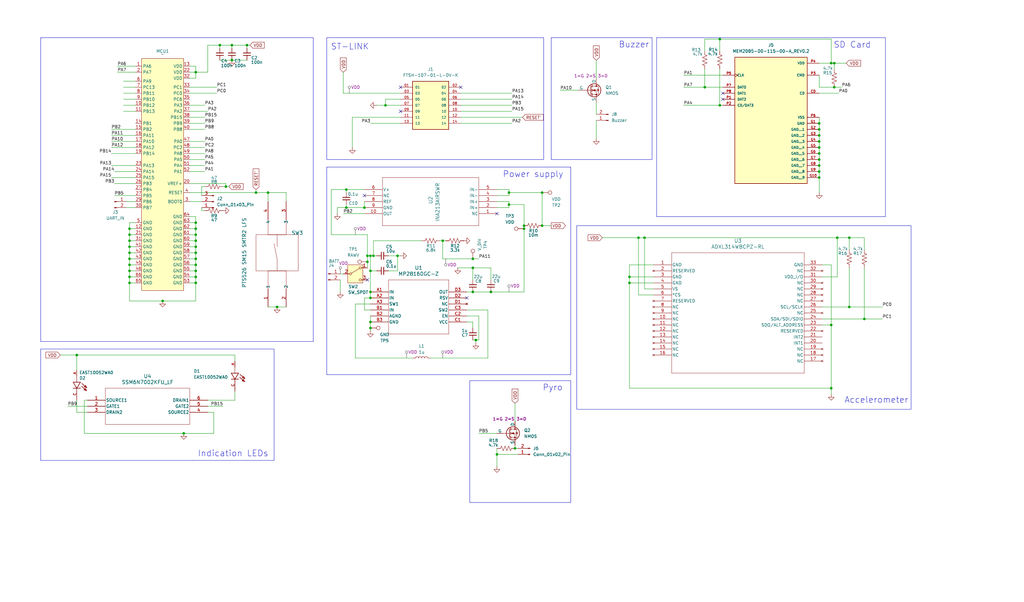
<source format=kicad_sch>
(kicad_sch (version 20250114) (generator "eeschema") (generator_version "9.0")
  (paper "User" 431.8 254)
  (title_block (title "Grenade") (rev "1") (company "Unnayan"))
  (rectangle (start 137.795 70.485) (end 240.665 158.115))
  (rectangle (start 243.205 95.25) (end 384.175 172.72))
  (rectangle (start 17.145 147.32) (end 115.57 194.31))
  (rectangle (start 276.86 15.875) (end 373.38 91.44))
  (rectangle (start 198.12 160.655) (end 240.665 212.09))
  (rectangle (start 232.41 15.875) (end 274.955 67.31))
  (rectangle (start 17.145 15.875) (end 132.08 144.145))
  (rectangle (start 137.795 15.875) (end 229.235 67.31))
  (text "Buzzer\n" (at 267.335 18.923 0) (effects (font (size 2.54 2.54))))
  (text "Power supply\n" (at 224.79 73.66 0) (effects (font (size 2.54 2.54))))
  (text "Accelerometer" (at 369.57 168.91 0) (effects (font (size 2.54 2.54))))
  (text "Pyro" (at 233.045 163.703 0) (effects (font (size 2.54 2.54))))
  (text "ST-LINK" (at 147.574 19.812 0) (effects (font (size 2.54 2.54))))
  (text "Indication LEDs" (at 98.298 191.516 0) (effects (font (size 2.54 2.54))))
  (text "SD Card\n" (at 359.41 19.05 0) (effects (font (size 2.54 2.54))))
  (junction (at 116.84 129.54))
  (junction (at 345.44 67.31))
  (junction (at 162.56 44.45))
  (junction (at 345.44 62.23))
  (junction (at 345.44 72.39))
  (junction (at 199.39 109.22))
  (junction (at 153.67 87.63))
  (junction (at 68.58 127))
  (junction (at 82.55 96.52))
  (junction (at 297.18 36.83))
  (junction (at 350.52 26.67))
  (junction (at 228.6 81.28))
  (junction (at 217.17 189.23))
  (junction (at 146.05 87.63))
  (junction (at 207.01 123.19))
  (junction (at 156.21 123.19))
  (junction (at 82.55 106.68))
  (junction (at 303.53 44.45))
  (junction (at 351.79 36.83))
  (junction (at 156.21 135.89))
  (junction (at 303.53 16.51))
  (junction (at 54.61 111.76))
  (junction (at 54.61 119.38))
  (junction (at 82.55 101.6))
  (junction (at 200.66 143.51))
  (junction (at 92.71 19.05))
  (junction (at 156.21 125.73))
  (junction (at 107.95 81.28))
  (junction (at 199.39 113.03))
  (junction (at 364.49 134.62))
  (junction (at 350.52 137.16))
  (junction (at 271.78 100.33))
  (junction (at 345.44 57.15))
  (junction (at 82.55 109.22))
  (junction (at 156.21 107.95))
  (junction (at 167.64 107.95))
  (junction (at 77.47 182.88))
  (junction (at 209.55 191.77))
  (junction (at 350.52 163.83))
  (junction (at 82.55 99.06))
  (junction (at 345.44 54.61))
  (junction (at 345.44 69.85))
  (junction (at 54.61 114.3))
  (junction (at 358.14 100.33))
  (junction (at 351.79 26.67))
  (junction (at 220.98 95.25))
  (junction (at 97.79 19.05))
  (junction (at 54.61 96.52))
  (junction (at 156.21 138.43))
  (junction (at 186.69 101.6))
  (junction (at 345.44 64.77))
  (junction (at 228.6 95.25))
  (junction (at 154.94 107.95))
  (junction (at 345.44 52.07))
  (junction (at 54.61 116.84))
  (junction (at 345.44 59.69))
  (junction (at 54.61 101.6))
  (junction (at 156.21 114.3))
  (junction (at 54.61 109.22))
  (junction (at 154.94 110.49))
  (junction (at 113.03 81.28))
  (junction (at 97.79 25.4))
  (junction (at 82.55 30.48))
  (junction (at 199.39 123.19))
  (junction (at 54.61 99.06))
  (junction (at 104.14 19.05))
  (junction (at 82.55 93.98))
  (junction (at 358.14 129.54))
  (junction (at 269.24 100.33))
  (junction (at 82.55 114.3))
  (junction (at 82.55 111.76))
  (junction (at 157.48 107.95))
  (junction (at 265.43 116.84))
  (junction (at 345.44 74.93))
  (junction (at 220.98 96.52))
  (junction (at 265.43 119.38))
  (junction (at 82.55 104.14))
  (junction (at 214.63 86.36))
  (junction (at 82.55 116.84))
  (junction (at 146.05 80.01))
  (junction (at 82.55 119.38))
  (junction (at 353.06 100.33))
  (junction (at 54.61 106.68))
  (junction (at 54.61 104.14))
  (junction (at 214.63 81.28))
  (junction (at 32.385 149.86))
  (junction (at 95.25 78.74))
  (no_connect (at 168.91 46.99))
  (no_connect (at 153.67 82.55))
  (no_connect (at 168.91 36.83))
  (no_connect (at 304.8 41.91))
  (no_connect (at 194.31 36.83))
  (no_connect (at 304.8 39.37))
  (no_connect (at 154.94 118.11))
  (no_connect (at 196.85 125.73))
  (no_connect (at 209.55 90.17))
  (wire (pts (xy 54.61 109.22) (xy 54.61 111.76)))
  (wire (pts (xy 82.55 99.06) (xy 82.55 101.6)))
  (wire (pts (xy 364.49 100.33) (xy 364.49 105.41)))
  (wire (pts (xy 209.55 82.55) (xy 214.63 82.55)))
  (wire (pts (xy 54.61 119.38) (xy 57.15 119.38)))
  (wire (pts (xy 209.55 87.63) (xy 214.63 87.63)))
  (wire (pts (xy 146.05 80.01) (xy 146.05 81.28)))
  (wire (pts (xy 269.24 100.33) (xy 271.78 100.33)))
  (wire (pts (xy 82.55 111.76) (xy 82.55 114.3)))
  (wire (pts (xy 209.55 85.09) (xy 214.63 85.09)))
  (wire (pts (xy 82.55 119.38) (xy 82.55 127)))
  (wire (pts (xy 156.21 107.95) (xy 156.21 114.3)))
  (wire (pts (xy 48.26 77.47) (xy 57.15 77.47)))
  (wire (pts (xy 251.46 25.4) (xy 251.46 33.02)))
  (wire (pts (xy 80.01 109.22) (xy 82.55 109.22)))
  (wire (pts (xy 194.31 46.99) (xy 215.9 46.99)))
  (wire (pts (xy 52.07 36.83) (xy 57.15 36.83)))
  (wire (pts (xy 199.39 143.51) (xy 200.66 143.51)))
  (wire (pts (xy 194.31 39.37) (xy 215.9 39.37)))
  (wire (pts (xy 92.71 19.05) (xy 97.79 19.05)))
  (wire (pts (xy 35.56 182.88) (xy 77.47 182.88)))
  (wire (pts (xy 265.43 116.84) (xy 275.59 116.84)))
  (wire (pts (xy 149.86 151.13) (xy 173.99 151.13)))
  (wire (pts (xy 364.49 113.03) (xy 364.49 134.62)))
  (wire (pts (xy 54.61 116.84) (xy 57.15 116.84)))
  (wire (pts (xy 48.26 82.55) (xy 57.15 82.55)))
  (wire (pts (xy 163.83 114.3) (xy 167.64 114.3)))
  (wire (pts (xy 82.55 33.02) (xy 82.55 30.48)))
  (wire (pts (xy 217.17 189.23) (xy 218.44 189.23)))
  (wire (pts (xy 120.65 81.28) (xy 120.65 85.09)))
  (wire (pts (xy 303.53 44.45) (xy 304.8 44.45)))
  (wire (pts (xy 228.6 95.25) (xy 228.6 81.28)))
  (wire (pts (xy 80.01 59.69) (xy 86.36 59.69)))
  (wire (pts (xy 52.07 39.37) (xy 57.15 39.37)))
  (wire (pts (xy 217.17 170.18) (xy 217.17 177.8)))
  (wire (pts (xy 303.53 16.51) (xy 297.18 16.51)))
  (wire (pts (xy 46.99 74.93) (xy 57.15 74.93)))
  (wire (pts (xy 214.63 85.09) (xy 214.63 86.36)))
  (wire (pts (xy 271.78 100.33) (xy 353.06 100.33)))
  (wire (pts (xy 54.61 116.84) (xy 54.61 119.38)))
  (wire (pts (xy 57.15 93.98) (xy 54.61 93.98)))
  (wire (pts (xy 82.55 109.22) (xy 82.55 111.76)))
  (wire (pts (xy 93.98 78.74) (xy 95.25 78.74)))
  (wire (pts (xy 193.04 113.03) (xy 199.39 113.03)))
  (wire (pts (xy 46.99 59.69) (xy 57.15 59.69)))
  (wire (pts (xy 345.44 64.77) (xy 345.44 67.31)))
  (wire (pts (xy 207.01 118.11) (xy 207.01 113.03)))
  (wire (pts (xy 54.61 96.52) (xy 57.15 96.52)))
  (wire (pts (xy 162.56 44.45) (xy 162.56 41.91)))
  (wire (pts (xy 87.63 168.91) (xy 99.06 168.91)))
  (wire (pts (xy 68.58 127) (xy 82.55 127)))
  (wire (pts (xy 158.75 44.45) (xy 162.56 44.45)))
  (wire (pts (xy 275.59 124.46) (xy 269.24 124.46)))
  (wire (pts (xy 209.55 80.01) (xy 214.63 80.01)))
  (wire (pts (xy 350.52 163.83) (xy 350.52 166.37)))
  (wire (pts (xy 32.385 149.86) (xy 32.385 156.21)))
  (wire (pts (xy 345.44 74.93) (xy 345.44 81.28)))
  (wire (pts (xy 146.05 80.01) (xy 153.67 80.01)))
  (wire (pts (xy 275.59 111.76) (xy 265.43 111.76)))
  (wire (pts (xy 271.78 100.33) (xy 271.78 121.92)))
  (wire (pts (xy 46.99 57.15) (xy 57.15 57.15)))
  (wire (pts (xy 80.01 111.76) (xy 82.55 111.76)))
  (wire (pts (xy 194.31 49.53) (xy 220.345 49.53)))
  (wire (pts (xy 297.18 16.51) (xy 297.18 21.59)))
  (wire (pts (xy 144.78 30.48) (xy 144.78 39.37)))
  (wire (pts (xy 196.85 133.35) (xy 201.93 133.35)))
  (wire (pts (xy 201.93 133.35) (xy 201.93 143.51)))
  (wire (pts (xy 209.55 191.77) (xy 218.44 191.77)))
  (wire (pts (xy 87.63 19.05) (xy 87.63 30.48)))
  (wire (pts (xy 82.55 93.98) (xy 82.55 96.52)))
  (wire (pts (xy 156.21 52.07) (xy 168.91 52.07)))
  (wire (pts (xy 28.575 171.45) (xy 36.83 171.45)))
  (wire (pts (xy 156.21 135.89) (xy 156.21 138.43)))
  (wire (pts (xy 80.01 114.3) (xy 82.55 114.3)))
  (wire (pts (xy 265.43 119.38) (xy 275.59 119.38)))
  (wire (pts (xy 92.71 19.05) (xy 92.71 20.32)))
  (wire (pts (xy 144.78 90.17) (xy 153.67 90.17)))
  (wire (pts (xy 154.94 107.95) (xy 154.94 110.49)))
  (wire (pts (xy 87.63 30.48) (xy 82.55 30.48)))
  (wire (pts (xy 186.69 101.6) (xy 186.69 109.22)))
  (wire (pts (xy 32.385 173.99) (xy 36.83 173.99)))
  (wire (pts (xy 85.09 82.55) (xy 85.09 78.74)))
  (wire (pts (xy 228.6 81.28) (xy 214.63 81.28)))
  (wire (pts (xy 194.31 52.07) (xy 215.9 52.07)))
  (wire (pts (xy 92.71 25.4) (xy 97.79 25.4)))
  (wire (pts (xy 144.78 39.37) (xy 168.91 39.37)))
  (wire (pts (xy 156.21 107.95) (xy 157.48 107.95)))
  (wire (pts (xy 251.46 50.8) (xy 251.46 58.42)))
  (wire (pts (xy 80.01 91.44) (xy 82.55 91.44)))
  (wire (pts (xy 54.61 111.76) (xy 54.61 114.3)))
  (wire (pts (xy 54.61 104.14) (xy 57.15 104.14)))
  (wire (pts (xy 54.61 127) (xy 68.58 127)))
  (wire (pts (xy 154.94 110.49) (xy 154.94 113.03)))
  (wire (pts (xy 353.06 116.84) (xy 346.71 116.84)))
  (wire (pts (xy 32.385 149.86) (xy 99.06 149.86)))
  (wire (pts (xy 80.01 119.38) (xy 82.55 119.38)))
  (wire (pts (xy 53.34 85.09) (xy 57.15 85.09)))
  (wire (pts (xy 209.55 189.23) (xy 209.55 191.77)))
  (wire (pts (xy 236.22 38.1) (xy 243.84 38.1)))
  (wire (pts (xy 54.61 109.22) (xy 57.15 109.22)))
  (wire (pts (xy 80.01 46.99) (xy 87.63 46.99)))
  (wire (pts (xy 80.01 44.45) (xy 86.36 44.45)))
  (wire (pts (xy 113.03 81.28) (xy 113.03 85.09)))
  (wire (pts (xy 186.69 109.22) (xy 199.39 109.22)))
  (wire (pts (xy 345.44 54.61) (xy 345.44 57.15)))
  (wire (pts (xy 209.55 191.77) (xy 209.55 196.85)))
  (wire (pts (xy 139.7 80.01) (xy 146.05 80.01)))
  (wire (pts (xy 52.07 41.91) (xy 57.15 41.91)))
  (wire (pts (xy 52.07 44.45) (xy 57.15 44.45)))
  (wire (pts (xy 200.66 143.51) (xy 200.66 144.78)))
  (wire (pts (xy 54.61 99.06) (xy 57.15 99.06)))
  (wire (pts (xy 52.07 46.99) (xy 57.15 46.99)))
  (wire (pts (xy 116.84 129.54) (xy 120.65 129.54)))
  (wire (pts (xy 146.05 86.36) (xy 146.05 87.63)))
  (wire (pts (xy 80.01 62.23) (xy 86.36 62.23)))
  (wire (pts (xy 153.67 125.73) (xy 156.21 125.73)))
  (wire (pts (xy 80.01 72.39) (xy 86.36 72.39)))
  (wire (pts (xy 199.39 113.03) (xy 199.39 118.11)))
  (wire (pts (xy 85.09 78.74) (xy 86.36 78.74)))
  (wire (pts (xy 80.01 93.98) (xy 82.55 93.98)))
  (wire (pts (xy 54.61 114.3) (xy 57.15 114.3)))
  (wire (pts (xy 82.55 30.48) (xy 80.01 30.48)))
  (wire (pts (xy 185.42 101.6) (xy 186.69 101.6)))
  (wire (pts (xy 85.09 87.63) (xy 85.09 88.9)))
  (wire (pts (xy 82.55 27.94) (xy 82.55 30.48)))
  (wire (pts (xy 288.29 44.45) (xy 303.53 44.45)))
  (wire (pts (xy 80.01 54.61) (xy 86.36 54.61)))
  (wire (pts (xy 80.01 96.52) (xy 82.55 96.52)))
  (wire (pts (xy 157.48 101.6) (xy 177.8 101.6)))
  (wire (pts (xy 80.01 77.47) (xy 95.25 77.47)))
  (wire (pts (xy 351.79 26.67) (xy 356.87 26.67)))
  (wire (pts (xy 49.53 30.48) (xy 57.15 30.48)))
  (wire (pts (xy 143.51 115.57) (xy 144.78 115.57)))
  (wire (pts (xy 156.21 123.19) (xy 156.21 125.73)))
  (wire (pts (xy 87.63 171.45) (xy 93.98 171.45)))
  (wire (pts (xy 35.56 168.91) (xy 35.56 182.88)))
  (wire (pts (xy 350.52 16.51) (xy 303.53 16.51)))
  (wire (pts (xy 148.59 49.53) (xy 148.59 62.23)))
  (wire (pts (xy 54.61 119.38) (xy 54.61 127)))
  (wire (pts (xy 200.66 143.51) (xy 201.93 143.51)))
  (wire (pts (xy 254 100.33) (xy 269.24 100.33)))
  (wire (pts (xy 345.44 62.23) (xy 345.44 64.77)))
  (wire (pts (xy 36.83 168.91) (xy 35.56 168.91)))
  (wire (pts (xy 346.71 134.62) (xy 364.49 134.62)))
  (wire (pts (xy 350.52 26.67) (xy 350.52 16.51)))
  (wire (pts (xy 297.18 29.21) (xy 297.18 36.83)))
  (wire (pts (xy 275.59 121.92) (xy 271.78 121.92)))
  (wire (pts (xy 104.14 19.05) (xy 104.14 20.32)))
  (wire (pts (xy 214.63 86.36) (xy 220.98 86.36)))
  (wire (pts (xy 146.05 87.63) (xy 153.67 87.63)))
  (wire (pts (xy 303.53 29.21) (xy 303.53 44.45)))
  (wire (pts (xy 199.39 113.03) (xy 207.01 113.03)))
  (wire (pts (xy 80.01 27.94) (xy 82.55 27.94)))
  (wire (pts (xy 54.61 99.06) (xy 54.61 101.6)))
  (wire (pts (xy 345.44 59.69) (xy 345.44 62.23)))
  (wire (pts (xy 346.71 137.16) (xy 350.52 137.16)))
  (wire (pts (xy 142.24 87.63) (xy 146.05 87.63)))
  (wire (pts (xy 351.79 26.67) (xy 351.79 29.21)))
  (wire (pts (xy 194.31 41.91) (xy 215.9 41.91)))
  (wire (pts (xy 80.01 99.06) (xy 82.55 99.06)))
  (wire (pts (xy 345.44 36.83) (xy 351.79 36.83)))
  (wire (pts (xy 49.53 27.94) (xy 57.15 27.94)))
  (wire (pts (xy 54.61 96.52) (xy 54.61 99.06)))
  (wire (pts (xy 80.01 52.07) (xy 86.36 52.07)))
  (wire (pts (xy 350.52 111.76) (xy 350.52 137.16)))
  (wire (pts (xy 207.01 123.19) (xy 220.98 123.19)))
  (wire (pts (xy 201.93 182.88) (xy 209.55 182.88)))
  (wire (pts (xy 265.43 119.38) (xy 265.43 163.83)))
  (wire (pts (xy 153.67 85.09) (xy 153.67 87.63)))
  (wire (pts (xy 353.06 100.33) (xy 353.06 116.84)))
  (wire (pts (xy 107.95 80.01) (xy 107.95 81.28)))
  (wire (pts (xy 80.01 116.84) (xy 82.55 116.84)))
  (wire (pts (xy 214.63 86.36) (xy 214.63 87.63)))
  (wire (pts (xy 168.91 44.45) (xy 162.56 44.45)))
  (wire (pts (xy 265.43 111.76) (xy 265.43 116.84)))
  (wire (pts (xy 181.61 151.13) (xy 205.74 151.13)))
  (wire (pts (xy 54.61 114.3) (xy 54.61 116.84)))
  (wire (pts (xy 54.61 93.98) (xy 54.61 96.52)))
  (wire (pts (xy 156.21 130.81) (xy 153.67 130.81)))
  (wire (pts (xy 364.49 134.62) (xy 372.11 134.62)))
  (wire (pts (xy 90.17 173.99) (xy 87.63 173.99)))
  (wire (pts (xy 214.63 81.28) (xy 214.63 82.55)))
  (wire (pts (xy 113.03 81.28) (xy 120.65 81.28)))
  (wire (pts (xy 99.06 165.1) (xy 99.06 168.91)))
  (wire (pts (xy 350.52 26.67) (xy 351.79 26.67)))
  (wire (pts (xy 205.74 151.13) (xy 205.74 130.81)))
  (wire (pts (xy 217.17 187.96) (xy 217.17 189.23)))
  (wire (pts (xy 54.61 104.14) (xy 54.61 106.68)))
  (wire (pts (xy 53.34 87.63) (xy 57.15 87.63)))
  (wire (pts (xy 104.14 19.05) (xy 105.41 19.05)))
  (wire (pts (xy 80.01 85.09) (xy 85.09 85.09)))
  (wire (pts (xy 54.61 101.6) (xy 57.15 101.6)))
  (wire (pts (xy 345.44 26.67) (xy 350.52 26.67)))
  (wire (pts (xy 54.61 111.76) (xy 57.15 111.76)))
  (wire (pts (xy 139.7 99.06) (xy 154.94 99.06)))
  (wire (pts (xy 46.99 54.61) (xy 57.15 54.61)))
  (wire (pts (xy 228.6 95.25) (xy 232.41 95.25)))
  (wire (pts (xy 194.31 44.45) (xy 215.9 44.45)))
  (wire (pts (xy 196.85 123.19) (xy 199.39 123.19)))
  (wire (pts (xy 199.39 123.19) (xy 207.01 123.19)))
  (wire (pts (xy 167.64 114.3) (xy 167.64 107.95)))
  (wire (pts (xy 149.86 128.27) (xy 149.86 151.13)))
  (wire (pts (xy 346.71 111.76) (xy 350.52 111.76)))
  (wire (pts (xy 297.18 36.83) (xy 304.8 36.83)))
  (wire (pts (xy 149.86 128.27) (xy 156.21 128.27)))
  (wire (pts (xy 87.63 19.05) (xy 92.71 19.05)))
  (wire (pts (xy 54.61 106.68) (xy 54.61 109.22)))
  (wire (pts (xy 80.01 36.83) (xy 91.44 36.83)))
  (wire (pts (xy 162.56 41.91) (xy 168.91 41.91)))
  (wire (pts (xy 54.61 101.6) (xy 54.61 104.14)))
  (wire (pts (xy 156.21 135.89) (xy 156.21 133.35)))
  (wire (pts (xy 80.01 67.31) (xy 86.36 67.31)))
  (wire (pts (xy 46.99 62.23) (xy 57.15 62.23)))
  (wire (pts (xy 80.01 101.6) (xy 82.55 101.6)))
  (wire (pts (xy 156.21 138.43) (xy 156.21 139.7)))
  (wire (pts (xy 186.69 101.6) (xy 187.96 101.6)))
  (wire (pts (xy 142.24 87.63) (xy 142.24 90.17)))
  (wire (pts (xy 345.44 39.37) (xy 353.695 39.37)))
  (wire (pts (xy 345.44 49.53) (xy 345.44 52.07)))
  (wire (pts (xy 80.01 81.28) (xy 107.95 81.28)))
  (wire (pts (xy 303.53 16.51) (xy 303.53 21.59)))
  (wire (pts (xy 345.44 31.75) (xy 345.44 36.83)))
  (wire (pts (xy 82.55 104.14) (xy 82.55 106.68)))
  (wire (pts (xy 54.61 106.68) (xy 57.15 106.68)))
  (wire (pts (xy 139.7 80.01) (xy 139.7 99.06)))
  (wire (pts (xy 345.44 57.15) (xy 345.44 59.69)))
  (wire (pts (xy 82.55 114.3) (xy 82.55 116.84)))
  (wire (pts (xy 97.79 19.05) (xy 97.79 20.32)))
  (wire (pts (xy 157.48 107.95) (xy 157.48 101.6)))
  (wire (pts (xy 82.55 91.44) (xy 82.55 93.98)))
  (wire (pts (xy 220.98 123.19) (xy 220.98 96.52)))
  (wire (pts (xy 99.06 149.86) (xy 99.06 152.4)))
  (wire (pts (xy 95.25 77.47) (xy 95.25 78.74)))
  (wire (pts (xy 350.52 137.16) (xy 350.52 163.83)))
  (wire (pts (xy 48.26 72.39) (xy 57.15 72.39)))
  (wire (pts (xy 163.83 107.95) (xy 167.64 107.95)))
  (wire (pts (xy 196.85 135.89) (xy 199.39 135.89)))
  (wire (pts (xy 113.03 129.54) (xy 116.84 129.54)))
  (wire (pts (xy 80.01 33.02) (xy 82.55 33.02)))
  (wire (pts (xy 80.01 69.85) (xy 86.36 69.85)))
  (wire (pts (xy 95.25 78.74) (xy 96.52 78.74)))
  (wire (pts (xy 82.55 96.52) (xy 82.55 99.06)))
  (wire (pts (xy 351.79 36.83) (xy 354.965 36.83)))
  (wire (pts (xy 358.14 100.33) (xy 364.49 100.33)))
  (wire (pts (xy 156.21 114.3) (xy 156.21 123.19)))
  (wire (pts (xy 353.06 100.33) (xy 358.14 100.33)))
  (wire (pts (xy 265.43 163.83) (xy 350.52 163.83)))
  (wire (pts (xy 97.79 25.4) (xy 104.14 25.4)))
  (wire (pts (xy 251.46 43.18) (xy 251.46 48.26)))
  (wire (pts (xy 156.21 114.3) (xy 158.75 114.3)))
  (wire (pts (xy 269.24 100.33) (xy 269.24 124.46)))
  (wire (pts (xy 199.39 135.89) (xy 199.39 138.43)))
  (wire (pts (xy 82.55 106.68) (xy 82.55 109.22)))
  (wire (pts (xy 288.29 31.75) (xy 304.8 31.75)))
  (wire (pts (xy 80.01 104.14) (xy 82.55 104.14)))
  (wire (pts (xy 345.44 69.85) (xy 345.44 72.39)))
  (wire (pts (xy 358.14 100.33) (xy 358.14 105.41)))
  (wire (pts (xy 214.63 80.01) (xy 214.63 81.28)))
  (wire (pts (xy 220.98 96.52) (xy 220.98 95.25)))
  (wire (pts (xy 107.95 81.28) (xy 113.03 81.28)))
  (wire (pts (xy 345.44 72.39) (xy 345.44 74.93)))
  (wire (pts (xy 32.385 168.91) (xy 32.385 173.99)))
  (wire (pts (xy 90.17 182.88) (xy 90.17 173.99)))
  (wire (pts (xy 97.79 19.05) (xy 104.14 19.05)))
  (wire (pts (xy 154.94 107.95) (xy 156.21 107.95)))
  (wire (pts (xy 52.07 34.29) (xy 57.15 34.29)))
  (wire (pts (xy 80.01 39.37) (xy 91.44 39.37)))
  (wire (pts (xy 82.55 101.6) (xy 82.55 104.14)))
  (wire (pts (xy 154.94 99.06) (xy 154.94 107.95)))
  (wire (pts (xy 80.01 106.68) (xy 82.55 106.68)))
  (wire (pts (xy 46.99 64.77) (xy 57.15 64.77)))
  (wire (pts (xy 358.14 129.54) (xy 372.11 129.54)))
  (wire (pts (xy 358.14 129.54) (xy 358.14 113.03)))
  (wire (pts (xy 265.43 116.84) (xy 265.43 119.38)))
  (wire (pts (xy 80.01 64.77) (xy 86.36 64.77)))
  (wire (pts (xy 82.55 116.84) (xy 82.55 119.38)))
  (wire (pts (xy 220.98 86.36) (xy 220.98 95.25)))
  (wire (pts (xy 196.85 130.81) (xy 205.74 130.81)))
  (wire (pts (xy 46.99 69.85) (xy 57.15 69.85)))
  (wire (pts (xy 346.71 129.54) (xy 358.14 129.54)))
  (wire (pts (xy 143.51 118.11) (xy 143.51 123.19)))
  (wire (pts (xy 345.44 67.31) (xy 345.44 69.85)))
  (wire (pts (xy 85.09 88.9) (xy 86.36 88.9)))
  (wire (pts (xy 199.39 109.22) (xy 201.93 109.22)))
  (wire (pts (xy 345.44 52.07) (xy 345.44 54.61)))
  (wire (pts (xy 153.67 130.81) (xy 153.67 125.73)))
  (wire (pts (xy 157.48 107.95) (xy 158.75 107.95)))
  (wire (pts (xy 25.4 149.86) (xy 32.385 149.86)))
  (wire (pts (xy 167.64 107.95) (xy 168.91 107.95)))
  (wire (pts (xy 80.01 49.53) (xy 86.36 49.53)))
  (wire (pts (xy 288.29 36.83) (xy 297.18 36.83)))
  (wire (pts (xy 77.47 182.88) (xy 90.17 182.88)))
  (wire (pts (xy 168.91 49.53) (xy 148.59 49.53)))
  (label "PA11" (at 201.93 109.22 0))
  (label "PA3" (at 86.36 44.45 0))
  (label "PC1" (at 91.44 36.83 0))
  (label "PA5" (at 86.36 67.31 0))
  (label "PC0" (at 372.11 129.54 0))
  (label "PB3" (at 48.26 77.47 180))
  (label "PA2" (at 87.63 46.99 0))
  (label "PB14" (at 46.99 64.77 180))
  (label "PB15" (at 86.36 49.53 0))
  (label "PA7" (at 49.53 30.48 0))
  (label "PA4" (at 86.36 69.85 0))
  (label "PC1" (at 372.11 134.62 0))
  (label "PA2" (at 215.9 52.07 0))
  (label "PA7" (at 288.29 36.83 0))
  (label "PA1" (at 86.36 72.39 0))
  (label "PA14" (at 48.26 72.39 180))
  (label "PB5" (at 48.26 82.55 0))
  (label "PA4" (at 288.29 44.45 0))
  (label "PA1" (at 288.29 31.75 0))
  (label "PB9" (at 86.36 52.07 0))
  (label "PA15" (at 215.9 46.99 0))
  (label "PA10" (at 236.22 38.1 0))
  (label "PA13" (at 215.9 39.37 0))
  (label "PA14" (at 215.9 41.91 0))
  (label "PC0" (at 91.44 39.37 0))
  (label "PA3" (at 156.21 52.07 180))
  (label "PA8" (at 86.36 64.77 0))
  (label "PA15" (at 46.99 74.93 180))
  (label "PA6" (at 354.965 36.83 0))
  (label "PB5" (at 201.93 182.88 0))
  (label "PB9" (at 28.575 171.45 0))
  (label "PB8" (at 86.36 54.61 0))
  (label "PA12" (at 46.99 62.23 0))
  (label "PA0" (at 353.695 39.37 0))
  (label "PA6" (at 49.53 27.94 0))
  (label "PA13" (at 46.99 69.85 180))
  (label "PA0" (at 86.36 59.69 0))
  (label "PB2" (at 144.78 90.17 0))
  (label "PC2" (at 86.36 62.23 0))
  (label "PA10" (at 46.99 59.69 0))
  (label "PB2" (at 46.99 54.61 0))
  (label "PB3" (at 215.9 44.45 0))
  (label "PA11" (at 46.99 57.15 0))
  (label "PB15" (at 88.9 171.45 0))
  (global_label "VDD" (shape input) (at 254 100.33 180) (property "Intersheetrefs" "${INTERSHEET_REFS}" (effects (hide yes))))
  (global_label "VDD" (shape input) (at 144.78 30.48 90) (property "Intersheetrefs" "${INTERSHEET_REFS}" (effects (hide yes))))
  (global_label "VDD" (shape input) (at 105.41 19.05 0) (property "Intersheetrefs" "${INTERSHEET_REFS}" (effects (hide yes))))
  (global_label "VDD" (shape output) (at 232.41 95.25 0) (property "Intersheetrefs" "${INTERSHEET_REFS}" (effects (hide yes))))
  (global_label "VDD" (shape input) (at 356.87 26.67 0) (property "Intersheetrefs" "${INTERSHEET_REFS}" (effects (hide yes))))
  (global_label "RESET'" (shape input) (at 220.345 49.53 0) (property "Intersheetrefs" "${INTERSHEET_REFS}" (effects (hide yes))))
  (global_label "RESET'" (shape input) (at 107.95 80.01 90) (property "Intersheetrefs" "${INTERSHEET_REFS}" (effects (hide yes))))
  (global_label "VDD" (shape input) (at 25.4 149.86 180) (property "Intersheetrefs" "${INTERSHEET_REFS}" (effects (hide yes))))
  (global_label "VDD" (shape input) (at 251.46 25.4 90) (property "Intersheetrefs" "${INTERSHEET_REFS}" (effects (hide yes))))
  (global_label "VDD" (shape input) (at 217.17 170.18 90) (property "Intersheetrefs" "${INTERSHEET_REFS}" (effects (hide yes))))
  (global_label "VDD" (shape input) (at 96.52 78.74 0) (property "Intersheetrefs" "${INTERSHEET_REFS}" (effects (hide yes))))
  (netclass_flag "" (length 2.54) (shape round) (at 186.69 151.13 0) (property "Netclass" "VDD" (at 187.3885 148.59 0) (effects (justify left))))
  (netclass_flag "" (length 2.54) (shape round) (at 214.63 123.19 0) (property "Netclass" "VDD" (at 215.3285 120.65 0) (effects (justify left))))
  (netclass_flag "" (length 2.54) (shape round) (at 171.45 151.13 0) (property "Netclass" "VDD" (at 172.1485 148.59 0) (effects (justify left))))
  (netclass_flag "" (length 2.54) (shape round) (at 143.51 115.57 0) (property "Netclass" "VDD" (at 142.9385 111.125 0) (effects (justify left))))
  (netclass_flag "" (length 2.54) (shape round) (at 147.32 39.37 0) (property "Netclass" "VDD" (at 148.0185 36.83 0) (effects (justify left))))
  (netclass_flag "" (length 2.54) (shape round) (at 149.86 99.06 0) (property "Netclass" "VDD" (at 150.5585 96.52 0) (effects (justify left))))
  (netclass_flag "" (length 2.54) (shape round) (at 187.96 109.22 180) (property "Netclass" "VDD" (at 188.6585 111.76 0) (effects (justify left))))
  (symbol (lib_id "Grenade:INA213AIRSWR") (at 209.55 90.17 180) (unit 1)
    (property "Reference" "U2" (at 181.6101 82.804 90) (effects (font (size 1.524 1.524)) (justify left)))
    (property "Value" "INA213AIRSWR" (at 184.5311 77.089 90) (effects (font (size 1.524 1.524)) (justify left)))
    (property "Footprint" "footprints:INA213" (effects (hide yes)))
    (property "Datasheet" "https://www.ti.com/lit/gpn/ina213" (effects (hide yes)))
  )
  (symbol (lib_id "Connector:Conn_01x03_Pin") (at 90.17 85.09 180) (unit 1)
    (property "Reference" "J2" (at 91.44 83.8199 0) (effects (justify right)))
    (property "Value" "Conn_01x03_Pin" (at 91.44 86.3599 0) (effects (justify right)))
    (property "Footprint" "Connector_PinHeader_1.27mm:PinHeader_1x03_P1.27mm_Vertical" (effects (hide yes)))
    (property "Description" "Generic connector, single row, 01x03, script generated" (effects (hide yes)))
  )
  (symbol (lib_id "power:GND") (at 195.58 101.6 90) (unit 1)
    (property "Reference" "#PWR015" (effects (hide yes)))
    (property "Value" "GND" (effects (hide yes)))
    (property "Description" "Power symbol creates a global label with name \"GND\" , ground" (effects (hide yes)))
  )
  (symbol (lib_id "power:GND") (at 209.55 196.85 0) (unit 1)
    (property "Reference" "#PWR018" (effects (hide yes)))
    (property "Value" "GND" (effects (hide yes)))
    (property "Description" "Power symbol creates a global label with name \"GND\" , ground" (effects (hide yes)))
  )
  (symbol (lib_id "Connector:Conn_01x02_Pin") (at 138.43 115.57 0) (unit 1)
    (property "Reference" "J4" (at 139.7 112.014 0))
    (property "Value" "BATT" (at 140.843 110.236 0))
    (property "Footprint" "Connector_JST:JST_SH_BM02B-SRSS-TB_1x02-1MP_P1.00mm_Vertical" (effects (hide yes)))
    (property "Description" "Generic connector, single row, 01x02, script generated" (effects (hide yes)))
  )
  (symbol (lib_id "Device:C_Small") (at 104.14 22.86 180) (unit 1)
    (property "Reference" "C2" (at 105.918 24.3775 0) (effects (justify right)))
    (property "Value" "100n" (at 105.791 26.2825 0) (effects (justify right)))
    (property "Footprint" "Capacitor_SMD:C_0201_0603Metric" (effects (hide yes)))
    (property "Description" "Unpolarized capacitor, small symbol" (effects (hide yes)))
  )
  (symbol (lib_id "Device:C_Small") (at 146.05 83.82 0) (unit 1)
    (property "Reference" "C10" (at 148.971 85.7313 0))
    (property "Value" "0.1u" (at 148.844 81.9213 0))
    (property "Footprint" "Capacitor_SMD:C_0201_0603Metric" (effects (hide yes)))
    (property "Description" "Unpolarized capacitor, small symbol" (effects (hide yes)))
  )
  (symbol (lib_id "Simulation_SPICE:NMOS") (at 248.92 38.1 0) (unit 1)
    (property "Reference" "Q1" (at 255.27 36.8299 0) (effects (justify left)))
    (property "Value" "NMOS" (at 255.27 39.3699 0) (effects (justify left)))
    (property "Footprint" "Package_TO_SOT_SMD:SOT-23" (effects (hide yes)))
    (property "Datasheet" "https://ngspice.sourceforge.io/docs/ngspice-html-manual/manual.xhtml#cha_MOSFETs" (effects (hide yes)))
    (property "Description" "N-MOSFET transistor, drain/source/gate" (effects (hide yes)))
    (property "Sim.Device" "NMOS" (effects (hide yes)))
    (property "Sim.Type" "VDMOS" (effects (hide yes)))
    (property "Sim.Pins" "1=G 2=S 3=D" (at 249.174 32.004 0))
  )
  (symbol (lib_id "Grenade:FTSH-107-01-L-DV-K") (at 181.61 44.45 0) (unit 1)
    (property "Reference" "J1" (at 181.61 29.21 0))
    (property "Value" "FTSH-107-01-L-DV-K" (at 181.61 31.75 0))
    (property "Footprint" "footprints:SAMTEC_FTSH-107-01-L-DV-K" (effects (hide yes)))
    (property "PARTREV" "R" (effects (hide yes)))
    (property "MANUFACTURER" "Samtec" (effects (hide yes)))
    (property "STANDARD" "Manufacturer Recommendations" (effects (hide yes)))
  )
  (symbol (lib_id "power:GND") (at 143.51 123.19 0) (unit 1)
    (property "Reference" "#PWR09" (effects (hide yes)))
    (property "Value" "GND" (effects (hide yes)))
    (property "Description" "Power symbol creates a global label with name \"GND\" , ground" (effects (hide yes)))
  )
  (symbol (lib_id "Device:R_US") (at 364.49 109.22 180) (unit 1)
    (property "Reference" "R17" (at 361.696 106.934 0))
    (property "Value" "4.7k" (at 361.823 105.029 0))
    (property "Footprint" "Resistor_SMD:R_0201_0603Metric" (effects (hide yes)))
    (property "Description" "Resistor, US symbol" (effects (hide yes)))
  )
  (symbol (lib_id "Device:R_US") (at 297.18 25.4 180) (unit 1)
    (property "Reference" "R13" (at 293.5605 21.0185 0))
    (property "Value" "4.7k" (at 294.1955 22.7965 0))
    (property "Footprint" "Resistor_SMD:R_0201_0603Metric" (effects (hide yes)))
    (property "Description" "Resistor, US symbol" (effects (hide yes)))
  )
  (symbol (lib_id "Connector:Conn_01x02_Pin") (at 256.54 50.8 180) (unit 1)
    (property "Reference" "J8" (at 257.81 48.2599 0) (effects (justify right)))
    (property "Value" "Buzzer" (at 257.81 50.7999 0) (effects (justify right)))
    (property "Footprint" "Connector_PinHeader_1.27mm:PinHeader_1x02_P1.27mm_Vertical" (effects (hide yes)))
    (property "Description" "Generic connector, single row, 01x02, script generated" (effects (hide yes)))
  )
  (symbol (lib_id "power:GND") (at 77.47 182.88 0) (unit 1)
    (property "Reference" "#PWR019" (effects (hide yes)))
    (property "Value" "GND" (effects (hide yes)))
    (property "Description" "Power symbol creates a global label with name \"GND\" , ground" (effects (hide yes)))
  )
  (symbol (lib_id "Switch:SW_SPDT") (at 149.86 115.57 0) (unit 1)
    (property "Reference" "SW2" (at 146.8755 120.9674 0) (effects (justify left)))
    (property "Value" "SW_SPDT" (at 146.7485 123.3804 0) (effects (justify left)))
    (property "Footprint" "footprints:switch" (effects (hide yes)))
    (property "Description" "Switch, single pole double throw" (effects (hide yes)))
  )
  (symbol (lib_id "Device:C_Small") (at 92.71 22.86 180) (unit 1)
    (property "Reference" "C4" (at 93.218 25.6475 0) (effects (justify right)))
    (property "Value" "100n" (at 93.091 27.6795 0) (effects (justify right)))
    (property "Footprint" "Capacitor_SMD:C_0201_0603Metric" (effects (hide yes)))
    (property "Description" "Unpolarized capacitor, small symbol" (effects (hide yes)))
  )
  (symbol (lib_id "power:GND") (at 193.04 113.03 0) (unit 1)
    (property "Reference" "#PWR013" (effects (hide yes)))
    (property "Value" "GND" (effects (hide yes)))
    (property "Description" "Power symbol creates a global label with name \"GND\" , ground" (effects (hide yes)))
  )
  (symbol (lib_id "Device:R_US") (at 181.61 101.6 270) (unit 1)
    (property "Reference" "R11" (at 181.737 103.759 90))
    (property "Value" "6.8k" (at 181.737 105.537 90))
    (property "Footprint" "Resistor_SMD:R_01005_0402Metric" (effects (hide yes)))
    (property "Description" "Resistor, US symbol" (effects (hide yes)))
  )
  (symbol (lib_id "Device:R_US") (at 90.17 78.74 270) (unit 1)
    (property "Reference" "R8" (at 90.297 76.708 90))
    (property "Value" "47" (at 90.297 75.057 90))
    (property "Footprint" "Resistor_SMD:R_0201_0603Metric" (effects (hide yes)))
    (property "Description" "Resistor, US symbol" (effects (hide yes)))
  )
  (symbol (lib_id "Simulation_SPICE:NMOS") (at 214.63 182.88 0) (unit 1)
    (property "Reference" "Q2" (at 220.98 181.6099 0) (effects (justify left)))
    (property "Value" "NMOS" (at 220.98 184.1499 0) (effects (justify left)))
    (property "Footprint" "Package_TO_SOT_SMD:SOT-23" (effects (hide yes)))
    (property "Datasheet" "https://ngspice.sourceforge.io/docs/ngspice-html-manual/manual.xhtml#cha_MOSFETs" (effects (hide yes)))
    (property "Description" "N-MOSFET transistor, drain/source/gate" (effects (hide yes)))
    (property "Sim.Device" "NMOS" (effects (hide yes)))
    (property "Sim.Type" "VDMOS" (effects (hide yes)))
    (property "Sim.Pins" "1=G 2=S 3=D" (at 214.884 176.784 0))
  )
  (symbol (lib_id "Connector:Conn_01x02_Pin") (at 223.52 191.77 180) (unit 1)
    (property "Reference" "J6" (at 224.79 189.2299 0) (effects (justify right)))
    (property "Value" "Conn_01x02_Pin" (at 224.79 191.7699 0) (effects (justify right)))
    (property "Footprint" "Connector_PinHeader_1.27mm:PinHeader_1x02_P1.27mm_Vertical" (effects (hide yes)))
    (property "Description" "Generic connector, single row, 01x02, script generated" (effects (hide yes)))
  )
  (symbol (lib_id "power:GND") (at 156.21 139.7 0) (unit 1)
    (property "Reference" "#PWR011" (effects (hide yes)))
    (property "Value" "GND" (effects (hide yes)))
    (property "Description" "Power symbol creates a global label with name \"GND\" , ground" (effects (hide yes)))
  )
  (symbol (lib_id "power:GND") (at 148.59 62.23 0) (unit 1)
    (property "Reference" "#PWR03" (effects (hide yes)))
    (property "Value" "GND" (effects (hide yes)))
    (property "Description" "Power symbol creates a global label with name \"GND\" , ground" (effects (hide yes)))
  )
  (symbol (lib_id "Device:R_US") (at 90.17 88.9 270) (unit 1)
    (property "Reference" "R9" (at 90.297 91.059 90))
    (property "Value" "47" (at 90.297 92.837 90))
    (property "Footprint" "Resistor_SMD:R_0201_0603Metric" (effects (hide yes)))
    (property "Description" "Resistor, US symbol" (effects (hide yes)))
  )
  (symbol (lib_id "Connector:TestPoint") (at 156.21 138.43 270) (unit 1)
    (property "Reference" "TP5" (at 162.179 143.764 90))
    (property "Value" "GND" (at 162.179 141.224 90))
    (property "Footprint" "TestPoint:TestPoint_Loop_D2.50mm_Drill1.85mm" (effects (hide yes)))
    (property "Description" "test point" (effects (hide yes)))
  )
  (symbol (lib_id "Grenade:MEM2085-00-115-00-A_REV0.2") (at 325.12 39.37 0) (unit 1)
    (property "Reference" "J5" (at 325.12 19.05 0))
    (property "Value" "MEM2085-00-115-00-A_REV0.2" (at 325.12 21.59 0))
    (property "Footprint" "footprints:GCT_MEM2085-00-115-00-A_REV0.2" (effects (hide yes)))
    (property "PARTREV" "0.2" (effects (hide yes)))
    (property "STANDARD" "Manufacturer Recommendations" (effects (hide yes)))
    (property "SNAPEDA_PN" "MEM2085-00-115-00-A" (effects (hide yes)))
    (property "MAXIMUM_PACKAGE_HEIGHT" "1.15 mm" (effects (hide yes)))
    (property "MANUFACTURER" "Global Connector Technology" (effects (hide yes)))
  )
  (symbol (lib_id "Grenade:MAMWLE-02") (at 68.58 73.66 0) (unit 1)
    (property "Reference" "MCU1" (at 68.58 21.59 0))
    (property "Value" "~" (at 68.58 22.86 0))
    (property "Footprint" "footprints:MAMWLE" (effects (hide yes)))
  )
  (symbol (lib_id "Grenade:PTS526_SM15_SMTR2_LFS") (at 113.03 147.32 90) (unit 1)
    (property "Reference" "SW3" (at 122.936 98.2979 90) (effects (font (size 1.524 1.524)) (justify right)))
    (property "Value" "PTS526 SM15 SMTR2 LFS" (at 102.997 91.8209 0) (effects (font (size 1.524 1.524)) (justify right)))
    (property "Footprint" "footprints:SON4_PTS526 SM15 SMTR2 LFS_CNK" (effects (hide yes)))
    (property "Datasheet" "PTS526 SM15 SMTR2 LFS" (effects (hide yes)))
  )
  (symbol (lib_id "Grenade:EAST10052WA0") (at 32.385 163.83 270) (unit 1)
    (property "Reference" "D2" (at 33.401 159.5373 90) (effects (justify left)))
    (property "Value" "EAST10052WA0" (at 33.401 157.2513 90) (effects (justify left)))
    (property "Footprint" "footprints:LEDC1005X25N" (effects (hide yes)))
    (property "PARTREV" "3" (effects (hide yes)))
    (property "STANDARD" "IPC-7351B" (effects (hide yes)))
    (property "MANUFACTURER" "Everlight" (effects (hide yes)))
  )
  (symbol (lib_id "Device:C_Small") (at 207.01 120.65 180) (unit 1)
    (property "Reference" "C9" (at 209.3532 118.5545 0))
    (property "Value" "22u" (at 209.2262 116.6495 0))
    (property "Footprint" "Capacitor_SMD:C_0402_1005Metric" (effects (hide yes)))
    (property "Description" "Unpolarized capacitor, small symbol" (effects (hide yes)))
  )
  (symbol (lib_id "Device:C_Small") (at 97.79 22.86 180) (unit 1)
    (property "Reference" "C3" (at 98.806 25.6475 0) (effects (justify right)))
    (property "Value" "100n" (at 98.806 27.6795 0) (effects (justify right)))
    (property "Footprint" "Capacitor_SMD:C_0201_0603Metric" (effects (hide yes)))
    (property "Description" "Unpolarized capacitor, small symbol" (effects (hide yes)))
  )
  (symbol (lib_id "Connector:TestPoint") (at 228.6 81.28 270) (unit 1)
    (property "Reference" "TP2" (at 234.569 86.614 90))
    (property "Value" "VDD" (at 234.569 84.074 90))
    (property "Footprint" "TestPoint:TestPoint_Pad_D1.5mm" (effects (hide yes)))
    (property "Description" "test point" (effects (hide yes)))
  )
  (symbol (lib_id "power:GND") (at 97.79 25.4 0) (unit 1)
    (property "Reference" "#PWR04" (effects (hide yes)))
    (property "Value" "GND" (effects (hide yes)))
    (property "Description" "Power symbol creates a global label with name \"GND\" , ground" (effects (hide yes)))
  )
  (symbol (lib_id "Connector:TestPoint") (at 199.39 109.22 0) (unit 1)
    (property "Reference" "TP4" (at 204.724 103.251 90))
    (property "Value" "V_DIV" (at 202.184 103.251 90))
    (property "Footprint" "TestPoint:TestPoint_Pad_D1.0mm" (effects (hide yes)))
    (property "Description" "test point" (effects (hide yes)))
  )
  (symbol (lib_id "Device:R_US") (at 358.14 109.22 180) (unit 1)
    (property "Reference" "R16" (at 355.346 106.934 0))
    (property "Value" "4.7k" (at 355.473 105.029 0))
    (property "Footprint" "Resistor_SMD:R_0201_0603Metric" (effects (hide yes)))
    (property "Description" "Resistor, US symbol" (effects (hide yes)))
  )
  (symbol (lib_id "Device:L") (at 177.8 151.13 90) (unit 1)
    (property "Reference" "L1" (at 177.8 146.05 90))
    (property "Value" "1u" (at 177.8 148.59 90))
    (property "Footprint" "Inductor_SMD:L_0805_2012Metric" (effects (hide yes)))
    (property "Description" "Inductor" (effects (hide yes)))
  )
  (symbol (lib_id "Device:C_Small") (at 161.29 114.3 90) (unit 1)
    (property "Reference" "C6" (at 164.0903 110.49 90))
    (property "Value" "0.1u" (at 164.9793 112.268 90))
    (property "Footprint" "Capacitor_SMD:C_0201_0603Metric" (effects (hide yes)))
    (property "Description" "Unpolarized capacitor, small symbol" (effects (hide yes)))
  )
  (symbol (lib_id "Grenade:EAST10052WA0") (at 99.06 160.02 270) (unit 1)
    (property "Reference" "D1" (at 81.661 156.6163 90) (effects (justify left)))
    (property "Value" "EAST10052WA0" (at 81.661 159.1563 90) (effects (justify left)))
    (property "Footprint" "footprints:LEDC1005X25N" (effects (hide yes)))
    (property "PARTREV" "3" (effects (hide yes)))
    (property "STANDARD" "IPC-7351B" (effects (hide yes)))
    (property "MANUFACTURER" "Everlight" (effects (hide yes)))
  )
  (symbol (lib_id "Device:C_Small") (at 161.29 107.95 90) (unit 1)
    (property "Reference" "C5" (at 164.0903 104.14 90))
    (property "Value" "10u" (at 164.7253 105.918 90))
    (property "Footprint" "Capacitor_SMD:C_0402_1005Metric" (effects (hide yes)))
    (property "Description" "Unpolarized capacitor, small symbol" (effects (hide yes)))
  )
  (symbol (lib_id "Connector:TestPoint") (at 220.98 96.52 90) (unit 1)
    (property "Reference" "TP3" (at 215.011 91.186 90))
    (property "Value" "VDD" (at 215.011 93.726 90))
    (property "Footprint" "TestPoint:TestPoint_Pad_D1.5mm" (effects (hide yes)))
    (property "Description" "test point" (effects (hide yes)))
  )
  (symbol (lib_id "Device:R_US") (at 213.36 189.23 270) (unit 1)
    (property "Reference" "R18" (at 208.153 185.928 90))
    (property "Value" "4.7k" (at 208.026 187.833 90))
    (property "Footprint" "Resistor_SMD:R_0201_0603Metric" (effects (hide yes)))
    (property "Description" "Resistor, US symbol" (effects (hide yes)))
  )
  (symbol (lib_id "Device:C_Small") (at 199.39 140.97 180) (unit 1)
    (property "Reference" "C7" (at 196.0182 141.4145 0))
    (property "Value" "1u" (at 195.8912 139.5095 0))
    (property "Footprint" "Capacitor_SMD:C_0402_1005Metric" (effects (hide yes)))
    (property "Description" "Unpolarized capacitor, small symbol" (effects (hide yes)))
  )
  (symbol (lib_id "Grenade:MP28160GC-Z") (at 156.21 123.19 0) (unit 1)
    (property "Reference" "U1" (at 176.53 113.03 0) (effects (font (size 1.524 1.524))))
    (property "Value" "MP28160GC-Z" (at 176.53 115.57 0) (effects (font (size 1.524 1.524))))
    (property "Footprint" "footprints:WLCSP-MNP" (effects (hide yes)))
    (property "Datasheet" "https://www.monolithicpower.com/en/documentview/productdocument/index/version/2/document_type/Datasheet/lang/en/sku/MP28160GC-Z" (effects (hide yes)))
  )
  (symbol (lib_id "Device:R_US") (at 351.79 33.02 180) (unit 1)
    (property "Reference" "R15" (at 348.996 30.734 0))
    (property "Value" "4.7k" (at 349.123 28.829 0))
    (property "Footprint" "Resistor_SMD:R_0201_0603Metric" (effects (hide yes)))
    (property "Description" "Resistor, US symbol" (effects (hide yes)))
  )
  (symbol (lib_id "power:GND") (at 68.58 127 0) (unit 1)
    (property "Reference" "#PWR07" (effects (hide yes)))
    (property "Value" "GND" (effects (hide yes)))
    (property "Description" "Power symbol creates a global label with name \"GND\" , ground" (effects (hide yes)))
  )
  (symbol (lib_id "Device:R_US") (at 303.53 25.4 180) (unit 1)
    (property "Reference" "R14" (at 300.736 20.955 0))
    (property "Value" "4.7k" (at 300.609 22.733 0))
    (property "Footprint" "Resistor_SMD:R_0201_0603Metric" (effects (hide yes)))
    (property "Description" "Resistor, US symbol" (effects (hide yes)))
  )
  (symbol (lib_id "power:GND") (at 251.46 58.42 0) (unit 1)
    (property "Reference" "#PWR08" (effects (hide yes)))
    (property "Value" "GND" (effects (hide yes)))
    (property "Description" "Power symbol creates a global label with name \"GND\" , ground" (effects (hide yes)))
  )
  (symbol (lib_id "Device:C_Small") (at 199.39 120.65 180) (unit 1)
    (property "Reference" "C8" (at 201.7332 118.6815 0))
    (property "Value" "22u" (at 201.6062 116.7765 0))
    (property "Footprint" "Capacitor_SMD:C_0402_1005Metric" (effects (hide yes)))
    (property "Description" "Unpolarized capacitor, small symbol" (effects (hide yes)))
  )
  (symbol (lib_id "power:GND") (at 200.66 144.78 0) (unit 1)
    (property "Reference" "#PWR012" (effects (hide yes)))
    (property "Value" "GND" (effects (hide yes)))
    (property "Description" "Power symbol creates a global label with name \"GND\" , ground" (effects (hide yes)))
  )
  (symbol (lib_id "power:GND") (at 116.84 129.54 0) (unit 1)
    (property "Reference" "#PWR05" (effects (hide yes)))
    (property "Value" "GND" (effects (hide yes)))
    (property "Description" "Power symbol creates a global label with name \"GND\" , ground" (effects (hide yes)))
  )
  (symbol (lib_id "power:GND") (at 168.91 107.95 90) (unit 1)
    (property "Reference" "#PWR010" (effects (hide yes)))
    (property "Value" "GND" (effects (hide yes)))
    (property "Description" "Power symbol creates a global label with name \"GND\" , ground" (effects (hide yes)))
  )
  (symbol (lib_id "power:GND") (at 350.52 166.37 0) (unit 1)
    (property "Reference" "#PWR017" (effects (hide yes)))
    (property "Value" "GND" (effects (hide yes)))
    (property "Description" "Power symbol creates a global label with name \"GND\" , ground" (effects (hide yes)))
  )
  (symbol (lib_id "power:GND") (at 345.44 81.28 0) (unit 1)
    (property "Reference" "#PWR016" (effects (hide yes)))
    (property "Value" "GND" (effects (hide yes)))
    (property "Description" "Power symbol creates a global label with name \"GND\" , ground" (effects (hide yes)))
  )
  (symbol (lib_id "power:GND") (at 142.24 90.17 0) (unit 1)
    (property "Reference" "#PWR014" (effects (hide yes)))
    (property "Value" "GND" (effects (hide yes)))
    (property "Description" "Power symbol creates a global label with name \"GND\" , ground" (effects (hide yes)))
  )
  (symbol (lib_id "Connector:TestPoint") (at 154.94 110.49 90) (unit 1)
    (property "Reference" "TP1" (at 148.971 105.156 90))
    (property "Value" "RAWV" (at 148.971 107.696 90))
    (property "Footprint" "TestPoint:TestPoint_Pad_D1.5mm" (effects (hide yes)))
    (property "Description" "test point" (effects (hide yes)))
  )
  (symbol (lib_id "power:GND") (at 158.75 44.45 270) (unit 1)
    (property "Reference" "#PWR02" (effects (hide yes)))
    (property "Value" "GND" (effects (hide yes)))
    (property "Description" "Power symbol creates a global label with name \"GND\" , ground" (effects (hide yes)))
  )
  (symbol (lib_id "Device:R_US") (at 224.79 95.25 270) (unit 1)
    (property "Reference" "R10" (at 224.917 97.409 90))
    (property "Value" "10m" (at 224.917 99.187 90))
    (property "Footprint" "Resistor_SMD:R_0402_1005Metric" (effects (hide yes)))
    (property "Description" "Resistor, US symbol" (effects (hide yes)))
  )
  (symbol (lib_id "Grenade:SSM6N7002KFU_LF") (at 36.83 168.91 0) (unit 1)
    (property "Reference" "U4" (at 62.23 158.75 0) (effects (font (size 1.524 1.524))))
    (property "Value" "SSM6N7002KFU_LF" (at 62.23 161.29 0) (effects (font (size 1.524 1.524))))
    (property "Footprint" "footprints:SOT-363   US6_TOS" (effects (hide yes)))
    (property "Datasheet" "https://toshiba.semicon-storage.com/info/docget.jsp?did=30374&prodName=SSM6N7002KFU" (effects (hide yes)))
  )
  (symbol (lib_id "Connector:Conn_01x02_Pin") (at 48.26 85.09 0) (unit 1)
    (property "Reference" "J3" (at 48.641 89.535 0))
    (property "Value" "UART_IN" (at 48.641 92.075 0))
    (property "Footprint" "Connector_JST:JST_SH_BM02B-SRSS-TB_1x02-1MP_P1.00mm_Vertical" (effects (hide yes)))
    (property "Description" "Generic connector, single row, 01x02, script generated" (effects (hide yes)))
  )
  (symbol (lib_id "Device:R_US") (at 191.77 101.6 270) (unit 1)
    (property "Reference" "R12" (at 191.897 103.759 90))
    (property "Value" "3.3k" (at 191.897 105.537 90))
    (property "Footprint" "Resistor_SMD:R_01005_0402Metric" (effects (hide yes)))
    (property "Description" "Resistor, US symbol" (effects (hide yes)))
  )
  (symbol (lib_id "power:GND") (at 93.98 88.9 90) (unit 1)
    (property "Reference" "#PWR06" (effects (hide yes)))
    (property "Value" "GND" (effects (hide yes)))
    (property "Description" "Power symbol creates a global label with name \"GND\" , ground" (effects (hide yes)))
  )
  (symbol (lib_id "Grenade:ADXL314WBCPZ-RL") (at 275.59 111.76 0) (unit 1)
    (property "Reference" "U3" (at 311.15 101.6 0) (effects (font (size 1.524 1.524))))
    (property "Value" "ADXL314WBCPZ-RL" (at 311.15 104.14 0) (effects (font (size 1.524 1.524))))
    (property "Footprint" "footprints:LFCSP32_CP-32-17_ADI" (effects (hide yes)))
    (property "Datasheet" "https://www.analog.com/media/en/technical-documentation/data-sheets/adxl314.pdf" (effects (hide yes)))
  )
)
</source>
